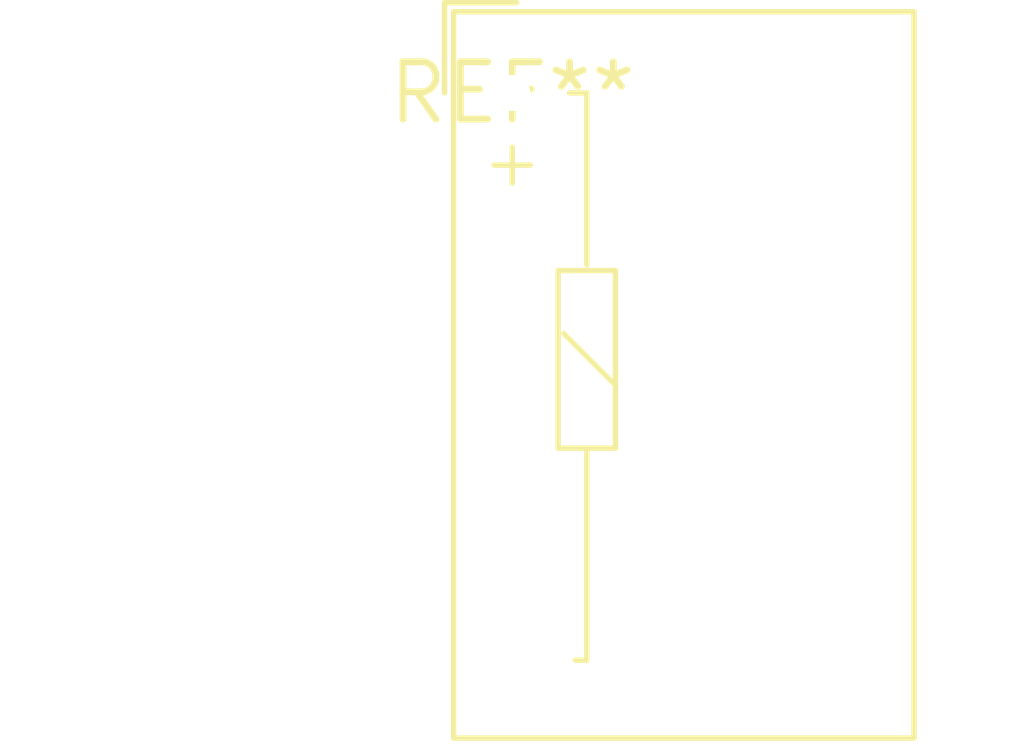
<source format=kicad_pcb>
(kicad_pcb (version 20240108) (generator pcbnew)
  (layers (0 "F.Cu" signal) (31 "B.Cu" signal) (34 "B.Paste" user) (35 "F.Paste" user) (36 "B.SilkS" user "B.Silkscreen") (37 "F.SilkS" user "F.Silkscreen") (38 "B.Mask" user) (39 "F.Mask" user) (44 "Edge.Cuts" user))
  (net 0 "")
  (footprint "Relay_SPDT_Omron_G6E" (layer "F.Cu") (at 0 0)
    (property "Reference" "REF**")
    (property "Value" "Relay_SPDT_Omron_G6E")
    (fp_line (start -1.5 -2) (end 0.1 -2) (layer "F.SilkS") (stroke (width 0.12)))
    (fp_line (start -1.5 0) (end -1.5 -2) (layer "F.SilkS") (stroke (width 0.12)))
    (fp_line (start -1.3 -1.8) (end 8.9 -1.8) (layer "F.SilkS") (stroke (width 0.12)))
    (fp_line (start -1.3 14.3) (end -1.3 -1.8) (layer "F.SilkS") (stroke (width 0.12)))
    (fp_line (start 0 1.2) (end 0 2) (layer "F.SilkS") (stroke (width 0.12)))
    (fp_line (start 0.4 1.6) (end -0.4 1.6) (layer "F.SilkS") (stroke (width 0.12)))
    (fp_line (start 1.016 3.937) (end 2.286 3.937) (layer "F.SilkS") (stroke (width 0.12)))
    (fp_line (start 1.016 7.874) (end 1.016 3.937) (layer "F.SilkS") (stroke (width 0.12)))
    (fp_line (start 1.143 5.334) (end 2.286 6.477) (layer "F.SilkS") (stroke (width 0.12)))
    (fp_line (start 1.651 0) (end 1.27 0) (layer "F.SilkS") (stroke (width 0.12)))
    (fp_line (start 1.651 3.81) (end 1.651 0) (layer "F.SilkS") (stroke (width 0.12)))
    (fp_line (start 1.651 7.874) (end 1.651 12.573) (layer "F.SilkS") (stroke (width 0.12)))
    (fp_line (start 1.651 12.573) (end 1.397 12.573) (layer "F.SilkS") (stroke (width 0.12)))
    (fp_line (start 2.286 3.937) (end 2.286 7.874) (layer "F.SilkS") (stroke (width 0.12)))
    (fp_line (start 2.286 7.874) (end 1.016 7.874) (layer "F.SilkS") (stroke (width 0.12)))
    (fp_line (start 8.9 -1.8) (end 8.9 14.3) (layer "F.SilkS") (stroke (width 0.12)))
    (fp_line (start 8.9 14.3) (end -1.3 14.3) (layer "F.SilkS") (stroke (width 0.12)))
    (pad "1" thru_hole rect (at 0 0 270) (size 1.50114 1.50114) (drill 0.8001) (layers *.Cu *.Mask) (remove_unused_layers))
    (pad "6" thru_hole circle (at 0 12.7 270) (size 1.50114 1.50114) (drill 0.8001) (layers *.Cu *.Mask) (remove_unused_layers))
    (pad "7" thru_hole circle (at 7.62 12.7 270) (size 1.50114 1.50114) (drill 0.8001) (layers *.Cu *.Mask) (remove_unused_layers))
    (pad "10" thru_hole circle (at 7.62 5.08 270) (size 1.50114 1.50114) (drill 0.8001) (layers *.Cu *.Mask) (remove_unused_layers))
    (pad "12" thru_hole circle (at 7.62 0 270) (size 1.50114 1.50114) (drill 0.8001) (layers *.Cu *.Mask) (remove_unused_layers))
  )
)
</source>
